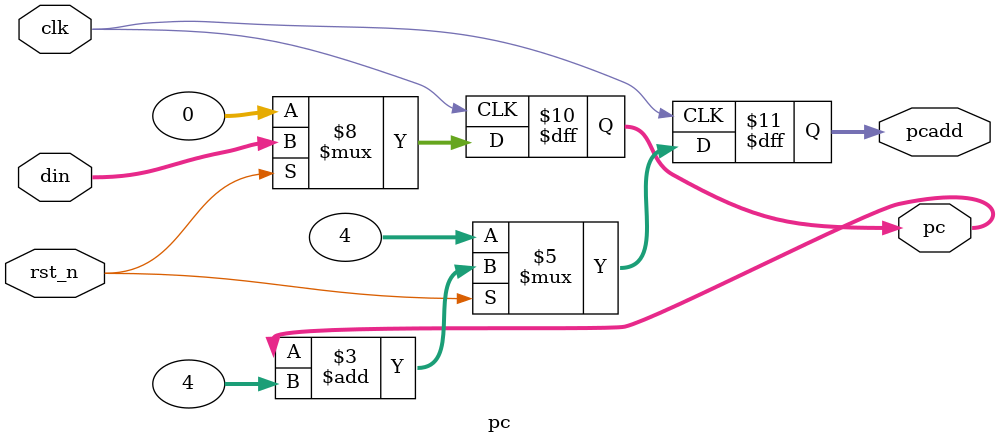
<source format=v>
module pc(
    input clk,
    input rst_n,
    input [31:0] din,
    output reg[31:0] pc, 
    output reg[31:0] pcadd
);

always @(posedge clk) begin

    if(!rst_n) begin
        pc <= 0;
        pcadd <= 4;
    end
    else begin
        pc <= din;
        pcadd <= pc + 4;
    end
end
    
endmodule

</source>
